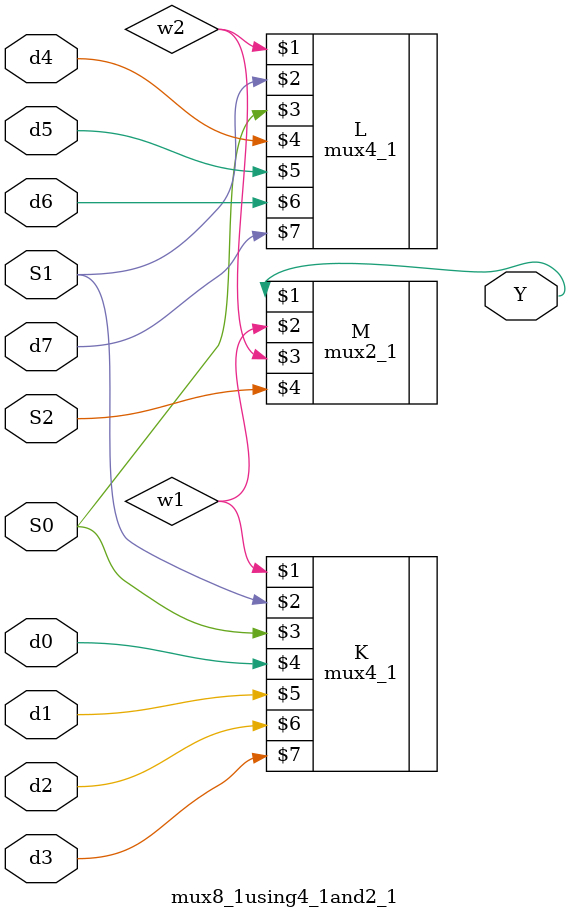
<source format=v>
module mux8_1using4_1and2_1(Y,d0,d1,d2,d3,d4,d5,d6,d7,S1,S0,S2);
input d0,d1,d2,d3,d4,d5,d6,d7,S1,S0,S2;
output Y;
wire w1,w2;
mux4_1 K(w1,S1,S0,d0,d1,d2,d3);
mux4_1 L(w2,S1,S0,d4,d5,d6,d7);
mux2_1 M(Y,w1,w2,S2);
endmodule
</source>
